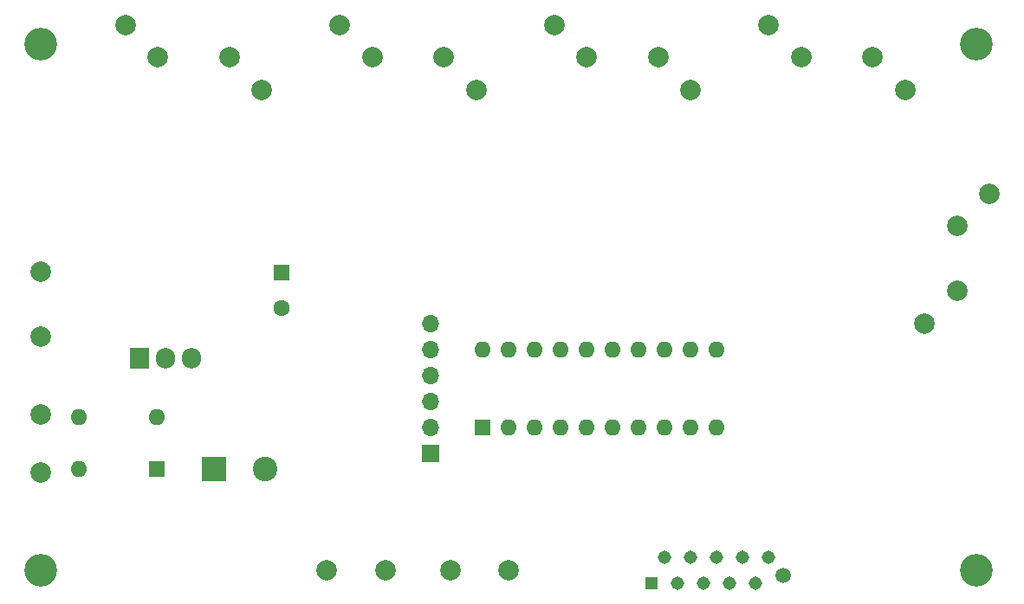
<source format=gbr>
G04 #@! TF.GenerationSoftware,KiCad,Pcbnew,(5.1.8-0-10_14)*
G04 #@! TF.CreationDate,2020-11-13T17:01:48+01:00*
G04 #@! TF.ProjectId,input-sel-v1,696e7075-742d-4736-956c-2d76312e6b69,rev?*
G04 #@! TF.SameCoordinates,Original*
G04 #@! TF.FileFunction,Soldermask,Bot*
G04 #@! TF.FilePolarity,Negative*
%FSLAX46Y46*%
G04 Gerber Fmt 4.6, Leading zero omitted, Abs format (unit mm)*
G04 Created by KiCad (PCBNEW (5.1.8-0-10_14)) date 2020-11-13 17:01:48*
%MOMM*%
%LPD*%
G01*
G04 APERTURE LIST*
%ADD10C,1.600000*%
%ADD11R,1.600000X1.600000*%
%ADD12O,1.600000X1.600000*%
%ADD13C,2.400000*%
%ADD14R,2.400000X2.400000*%
%ADD15O,1.905000X2.000000*%
%ADD16R,1.905000X2.000000*%
%ADD17C,2.000000*%
%ADD18O,1.700000X1.700000*%
%ADD19R,1.700000X1.700000*%
%ADD20C,1.500000*%
%ADD21C,1.308000*%
%ADD22R,1.308000X1.308000*%
%ADD23C,3.200000*%
G04 APERTURE END LIST*
D10*
X142240000Y-78557000D03*
D11*
X142240000Y-75057000D03*
X130048000Y-94234000D03*
D12*
X122428000Y-89154000D03*
X130048000Y-89154000D03*
X122428000Y-94234000D03*
D13*
X140636000Y-94234000D03*
D14*
X135636000Y-94234000D03*
D12*
X161925000Y-82550000D03*
X184785000Y-90170000D03*
X164465000Y-82550000D03*
X182245000Y-90170000D03*
X167005000Y-82550000D03*
X179705000Y-90170000D03*
X169545000Y-82550000D03*
X177165000Y-90170000D03*
X172085000Y-82550000D03*
X174625000Y-90170000D03*
X174625000Y-82550000D03*
X172085000Y-90170000D03*
X177165000Y-82550000D03*
X169545000Y-90170000D03*
X179705000Y-82550000D03*
X167005000Y-90170000D03*
X182245000Y-82550000D03*
X164465000Y-90170000D03*
X184785000Y-82550000D03*
D11*
X161925000Y-90170000D03*
D15*
X133477000Y-83439000D03*
X130937000Y-83439000D03*
D16*
X128397000Y-83439000D03*
D17*
X189865000Y-50800000D03*
X193040000Y-53975000D03*
X203200000Y-57150000D03*
X200025000Y-53975000D03*
X168910000Y-50800000D03*
X172085000Y-53975000D03*
X182245000Y-57150000D03*
X179070000Y-53975000D03*
X147955000Y-50800000D03*
X151130000Y-53975000D03*
X161290000Y-57150000D03*
X158115000Y-53975000D03*
X127000000Y-50800000D03*
X130175000Y-53975000D03*
X140335000Y-57150000D03*
X137160000Y-53975000D03*
X211455000Y-67310000D03*
X208280000Y-70485000D03*
X205105000Y-80010000D03*
X208280000Y-76835000D03*
D18*
X156845000Y-80010000D03*
X156845000Y-82550000D03*
X156845000Y-85090000D03*
X156845000Y-87630000D03*
X156845000Y-90170000D03*
D19*
X156845000Y-92710000D03*
D20*
X191265000Y-104670000D03*
D21*
X189865000Y-102870000D03*
X188595000Y-105410000D03*
X187325000Y-102870000D03*
X186055000Y-105410000D03*
X184785000Y-102870000D03*
X183515000Y-105410000D03*
X182245000Y-102870000D03*
X180975000Y-105410000D03*
X179705000Y-102870000D03*
D22*
X178435000Y-105410000D03*
D17*
X118745000Y-88900000D03*
X118745000Y-94615000D03*
X118745000Y-74930000D03*
X118745000Y-81280000D03*
X146685000Y-104140000D03*
X152400000Y-104140000D03*
X158750000Y-104140000D03*
X164465000Y-104140000D03*
D23*
X118745000Y-104140000D03*
X210185000Y-104140000D03*
X210185000Y-52705000D03*
X118745000Y-52705000D03*
M02*

</source>
